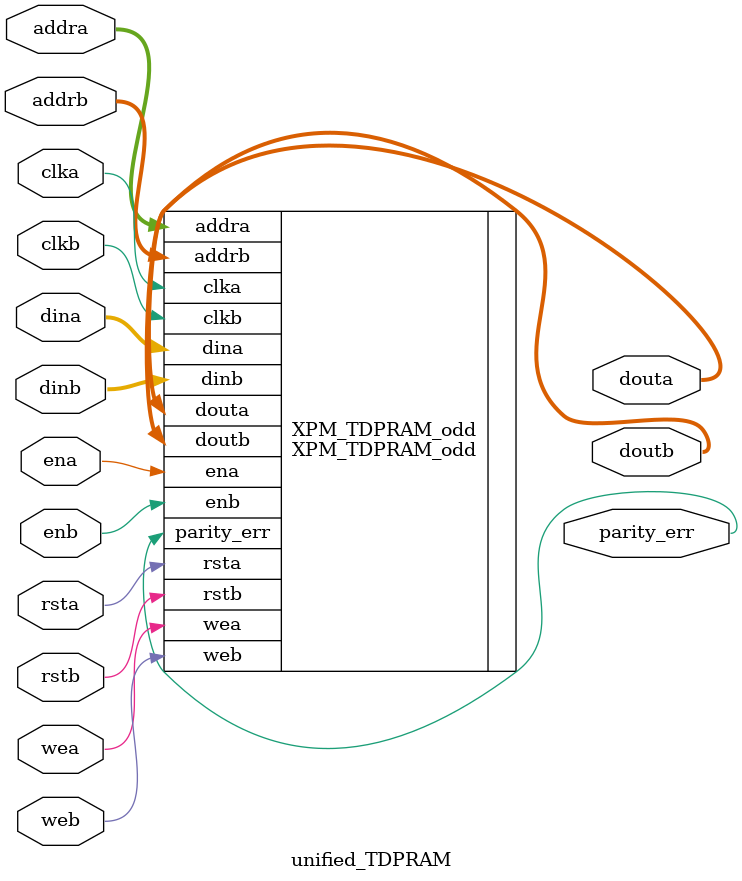
<source format=v>
`include "CBB_define.v"

 
module unified_TDPRAM #(
        parameter MEMORY_PRIMITIVE = "auto",   //"auto","block","distributed","ultra"
        parameter CLOCKING_MODE = "common_clock",  
        parameter MEMORY_INIT_FILE = "none",      // String
        parameter BYTE_WRITE_EN = 0,      // DECIMAL
        parameter READ_LATENCY_A = 1,
        parameter READ_LATENCY_B = 1,
        parameter ADDR_WIDTH_A = 32,
        parameter ADDR_WIDTH_B = 32,
        parameter WRITE_DATA_WIDTH_A = 32,        // DECIMAL
        parameter WRITE_DATA_WIDTH_B = 32,        // DECIMAL
        parameter READ_DATA_WIDTH_A  = 32,
        parameter READ_DATA_WIDTH_B  = 32
	)
   (
          rsta     , rstb     , clka,
          wea,  
          ena,   
          addra,
          dina      , douta      , clkb     ,   addrb     , dinb      ,
          web     ,
          enb       ,  doutb      ,  parity_err  
    );   
       
       
       
       localparam WE_WIDTH_A   = BYTE_WRITE_EN ? WRITE_DATA_WIDTH_A/8 : 1;
       localparam WE_WIDTH_B   = BYTE_WRITE_EN ? WRITE_DATA_WIDTH_B/8 : 1;
    
          input                            rsta     ; 
          input                            rstb     ; 
          input                            clka     ;
          input  [WE_WIDTH_A-1:0]          wea      ;
          input                            ena       ;
          input  [ADDR_WIDTH_A-1:0]        addra     ;
          input  [WRITE_DATA_WIDTH_A-1:0]  dina      ;
          output [READ_DATA_WIDTH_A-1:0]   douta     ;
         
          input                            clkb     ;
          input  [ADDR_WIDTH_B-1:0]        addrb     ;
          input  [WRITE_DATA_WIDTH_B-1:0]  dinb      ;
          input  [WE_WIDTH_B-1:0]          web     ;
          input                            enb       ;
          output [READ_DATA_WIDTH_B-1:0]   doutb      ;
          output                           parity_err ;//at rd_clk

`ifdef ASIC

`elsif INTEL

`else   
XPM_TDPRAM_odd  #(
        .MEMORY_PRIMITIVE(MEMORY_PRIMITIVE),   //"auto","block","distributed","ultra"
        .CLOCKING_MODE(CLOCKING_MODE),  
        .MEMORY_INIT_FILE(MEMORY_INIT_FILE),      // String
        .BYTE_WRITE_EN(BYTE_WRITE_EN),
        .READ_LATENCY_A(READ_LATENCY_A),
        .READ_LATENCY_B(READ_LATENCY_B),
        .ADDR_WIDTH_A(ADDR_WIDTH_A),
        .ADDR_WIDTH_B(ADDR_WIDTH_B),
        .WRITE_DATA_WIDTH_A(WRITE_DATA_WIDTH_A),        // DECIMAL
        .WRITE_DATA_WIDTH_B(WRITE_DATA_WIDTH_B),        // DECIMAL
        .READ_DATA_WIDTH_A(READ_DATA_WIDTH_A),
        .READ_DATA_WIDTH_B(READ_DATA_WIDTH_B)
	)
    XPM_TDPRAM_odd(
      .rsta     (rsta), 
      .rstb     (rstb), 
      .clka     (clka),
      .wea      (wea),
      .ena      (ena),
      .addra    (addra),
      .dina     (dina),
      .douta    (douta),
      .clkb     (clkb),
      .addrb    (addrb),
      .dinb     (dinb),
      .web      (web),
      .enb      (enb),
      .doutb     (doutb),
      .parity_err  (parity_err)//at rd_clk
); 
`endif

endmodule
</source>
